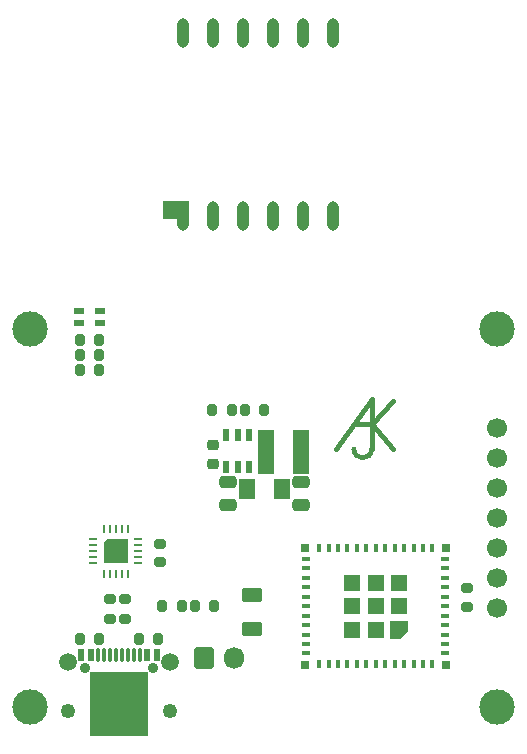
<source format=gbr>
%TF.GenerationSoftware,KiCad,Pcbnew,(6.0.2-0)*%
%TF.CreationDate,2022-03-09T14:12:55+00:00*%
%TF.ProjectId,Display,44697370-6c61-4792-9e6b-696361645f70,5*%
%TF.SameCoordinates,Original*%
%TF.FileFunction,Soldermask,Top*%
%TF.FilePolarity,Negative*%
%FSLAX46Y46*%
G04 Gerber Fmt 4.6, Leading zero omitted, Abs format (unit mm)*
G04 Created by KiCad (PCBNEW (6.0.2-0)) date 2022-03-09 14:12:55*
%MOMM*%
%LPD*%
G01*
G04 APERTURE LIST*
G04 Aperture macros list*
%AMRoundRect*
0 Rectangle with rounded corners*
0 $1 Rounding radius*
0 $2 $3 $4 $5 $6 $7 $8 $9 X,Y pos of 4 corners*
0 Add a 4 corners polygon primitive as box body*
4,1,4,$2,$3,$4,$5,$6,$7,$8,$9,$2,$3,0*
0 Add four circle primitives for the rounded corners*
1,1,$1+$1,$2,$3*
1,1,$1+$1,$4,$5*
1,1,$1+$1,$6,$7*
1,1,$1+$1,$8,$9*
0 Add four rect primitives between the rounded corners*
20,1,$1+$1,$2,$3,$4,$5,0*
20,1,$1+$1,$4,$5,$6,$7,0*
20,1,$1+$1,$6,$7,$8,$9,0*
20,1,$1+$1,$8,$9,$2,$3,0*%
%AMOutline5P*
0 Free polygon, 5 corners , with rotation*
0 The origin of the aperture is its center*
0 number of corners: always 5*
0 $1 to $10 corner X, Y*
0 $11 Rotation angle, in degrees counterclockwise*
0 create outline with 5 corners*
4,1,5,$1,$2,$3,$4,$5,$6,$7,$8,$9,$10,$1,$2,$11*%
%AMOutline6P*
0 Free polygon, 6 corners , with rotation*
0 The origin of the aperture is its center*
0 number of corners: always 6*
0 $1 to $12 corner X, Y*
0 $13 Rotation angle, in degrees counterclockwise*
0 create outline with 6 corners*
4,1,6,$1,$2,$3,$4,$5,$6,$7,$8,$9,$10,$11,$12,$1,$2,$13*%
%AMOutline7P*
0 Free polygon, 7 corners , with rotation*
0 The origin of the aperture is its center*
0 number of corners: always 7*
0 $1 to $14 corner X, Y*
0 $15 Rotation angle, in degrees counterclockwise*
0 create outline with 7 corners*
4,1,7,$1,$2,$3,$4,$5,$6,$7,$8,$9,$10,$11,$12,$13,$14,$1,$2,$15*%
%AMOutline8P*
0 Free polygon, 8 corners , with rotation*
0 The origin of the aperture is its center*
0 number of corners: always 8*
0 $1 to $16 corner X, Y*
0 $17 Rotation angle, in degrees counterclockwise*
0 create outline with 8 corners*
4,1,8,$1,$2,$3,$4,$5,$6,$7,$8,$9,$10,$11,$12,$13,$14,$15,$16,$1,$2,$17*%
G04 Aperture macros list end*
%ADD10C,0.450000*%
%ADD11RoundRect,0.062500X-0.287500X-0.062500X0.287500X-0.062500X0.287500X0.062500X-0.287500X0.062500X0*%
%ADD12RoundRect,0.062500X-0.062500X-0.287500X0.062500X-0.287500X0.062500X0.287500X-0.062500X0.287500X0*%
%ADD13Outline5P,-1.000000X0.750000X-0.750000X1.000000X1.000000X1.000000X1.000000X-1.000000X-1.000000X-1.000000X0.000000*%
%ADD14RoundRect,0.200000X0.275000X-0.200000X0.275000X0.200000X-0.275000X0.200000X-0.275000X-0.200000X0*%
%ADD15R,0.850000X0.500000*%
%ADD16RoundRect,0.200000X0.200000X0.275000X-0.200000X0.275000X-0.200000X-0.275000X0.200000X-0.275000X0*%
%ADD17R,0.600000X1.140000*%
%ADD18RoundRect,0.075000X-0.075000X-0.495000X0.075000X-0.495000X0.075000X0.495000X-0.075000X0.495000X0*%
%ADD19C,1.500000*%
%ADD20C,1.250000*%
%ADD21C,0.870000*%
%ADD22R,5.000000X5.490000*%
%ADD23RoundRect,0.200000X-0.200000X-0.275000X0.200000X-0.275000X0.200000X0.275000X-0.200000X0.275000X0*%
%ADD24R,0.800000X0.400000*%
%ADD25R,0.400000X0.800000*%
%ADD26R,1.450000X1.450000*%
%ADD27Outline5P,-0.725000X0.130500X-0.130500X0.725000X0.725000X0.725000X0.725000X-0.725000X-0.725000X-0.725000X180.000000*%
%ADD28R,0.700000X0.700000*%
%ADD29RoundRect,0.250000X0.625000X-0.375000X0.625000X0.375000X-0.625000X0.375000X-0.625000X-0.375000X0*%
%ADD30C,3.000000*%
%ADD31C,1.700000*%
%ADD32RoundRect,0.225000X0.250000X-0.225000X0.250000X0.225000X-0.250000X0.225000X-0.250000X-0.225000X0*%
%ADD33R,0.600000X1.100000*%
%ADD34RoundRect,0.249375X-0.463125X-0.625625X0.463125X-0.625625X0.463125X0.625625X-0.463125X0.625625X0*%
%ADD35R,1.425000X3.700000*%
%ADD36RoundRect,0.250000X-0.475000X0.250000X-0.475000X-0.250000X0.475000X-0.250000X0.475000X0.250000X0*%
%ADD37RoundRect,0.250000X-0.600000X-0.675000X0.600000X-0.675000X0.600000X0.675000X-0.600000X0.675000X0*%
%ADD38O,1.700000X1.850000*%
%ADD39R,2.250000X1.500000*%
%ADD40RoundRect,0.500000X0.000000X0.750000X0.000000X-0.750000X0.000000X-0.750000X0.000000X0.750000X0*%
G04 APERTURE END LIST*
D10*
%TO.C,Logo2*%
X109400000Y-123500000D02*
X106400000Y-127700000D01*
X111200000Y-123600000D02*
X109400000Y-125600000D01*
X109400000Y-123500000D02*
X109400000Y-127700000D01*
X109400000Y-125600000D02*
X111200000Y-127700000D01*
X109400000Y-125600000D02*
X107900000Y-125600000D01*
X107900000Y-127700000D02*
G75*
G03*
X109400000Y-127700000I750000J0D01*
G01*
%TD*%
D11*
%TO.C,U3*%
X85850000Y-135350000D03*
X85850000Y-135850000D03*
X85850000Y-136350000D03*
X85850000Y-136850000D03*
X85850000Y-137350000D03*
D12*
X86750000Y-138250000D03*
X87250000Y-138250000D03*
X87750000Y-138250000D03*
X88250000Y-138250000D03*
X88750000Y-138250000D03*
D11*
X89650000Y-137350000D03*
X89650000Y-136850000D03*
X89650000Y-136350000D03*
X89650000Y-135850000D03*
X89650000Y-135350000D03*
D12*
X88750000Y-134450000D03*
X88250000Y-134450000D03*
X87750000Y-134450000D03*
X87250000Y-134450000D03*
X86750000Y-134450000D03*
D13*
X87750000Y-136350000D03*
%TD*%
D14*
%TO.C,R1*%
X117500000Y-141075000D03*
X117500000Y-139425000D03*
%TD*%
%TO.C,R5*%
X87250000Y-142075000D03*
X87250000Y-140425000D03*
%TD*%
D15*
%TO.C,D2*%
X84625000Y-116000000D03*
X86375000Y-116000000D03*
X86375000Y-117000000D03*
X84625000Y-117000000D03*
%TD*%
D16*
%TO.C,R3*%
X91325000Y-143750000D03*
X89675000Y-143750000D03*
%TD*%
D14*
%TO.C,R4*%
X88500000Y-142075000D03*
X88500000Y-140425000D03*
%TD*%
D17*
%TO.C,J2*%
X84800000Y-145140000D03*
X85600000Y-145140000D03*
D18*
X86750000Y-145140000D03*
X87750000Y-145140000D03*
X88250000Y-145140000D03*
X89250000Y-145140000D03*
D17*
X91200000Y-145140000D03*
X90400000Y-145140000D03*
D18*
X89750000Y-145140000D03*
X88750000Y-145140000D03*
X87250000Y-145140000D03*
X86250000Y-145140000D03*
D19*
X83680000Y-145720000D03*
D20*
X83680000Y-149890000D03*
D21*
X90890000Y-146210000D03*
X85110000Y-146210000D03*
D20*
X92320000Y-149890000D03*
D22*
X88000000Y-149255000D03*
D19*
X92320000Y-145720000D03*
%TD*%
D23*
%TO.C,R10*%
X84675000Y-119750000D03*
X86325000Y-119750000D03*
%TD*%
D24*
%TO.C,U2*%
X115650000Y-145006750D03*
X115650000Y-144206750D03*
X115650000Y-143406750D03*
X115650000Y-142606750D03*
X115650000Y-141806750D03*
X115650000Y-141006750D03*
X115650000Y-140206750D03*
X115650000Y-139406750D03*
X115650000Y-138606750D03*
X115650000Y-137806750D03*
X115650000Y-137006750D03*
D25*
X114550000Y-136106750D03*
X113750000Y-136106750D03*
X112950000Y-136106750D03*
X112150000Y-136106750D03*
X111350000Y-136106750D03*
X110550000Y-136106750D03*
X109750000Y-136106750D03*
X108950000Y-136106750D03*
X108150000Y-136106750D03*
X107350000Y-136106750D03*
X106550000Y-136106750D03*
X105750000Y-136106750D03*
X104950000Y-136106750D03*
D24*
X103850000Y-137006750D03*
X103850000Y-137806750D03*
X103850000Y-138606750D03*
X103850000Y-139406750D03*
X103850000Y-140206750D03*
X103850000Y-141006750D03*
X103850000Y-141806750D03*
X103850000Y-142606750D03*
X103850000Y-143406750D03*
X103850000Y-144206750D03*
X103850000Y-145006750D03*
D25*
X104950000Y-145906750D03*
X105750000Y-145906750D03*
X106550000Y-145906750D03*
X107350000Y-145906750D03*
X108150000Y-145906750D03*
X108950000Y-145906750D03*
X109750000Y-145906750D03*
X110550000Y-145906750D03*
X111350000Y-145906750D03*
X112150000Y-145906750D03*
X112950000Y-145906750D03*
X113750000Y-145906750D03*
X114550000Y-145906750D03*
D26*
X109750000Y-139031750D03*
X107775000Y-141006750D03*
X111725000Y-139031750D03*
X109750000Y-142981750D03*
X109750000Y-141006750D03*
X107775000Y-139031750D03*
X107775000Y-142981750D03*
D27*
X111725000Y-142981750D03*
D26*
X111725000Y-141006750D03*
D28*
X103800000Y-145956750D03*
X103800000Y-136056750D03*
X115700000Y-136056750D03*
X115700000Y-145956750D03*
%TD*%
D29*
%TO.C,D1*%
X99250000Y-142900000D03*
X99250000Y-140100000D03*
%TD*%
D23*
%TO.C,R7*%
X94425000Y-141000000D03*
X96075000Y-141000000D03*
%TD*%
%TO.C,R9*%
X84675000Y-118500000D03*
X86325000Y-118500000D03*
%TD*%
D30*
%TO.C,M1*%
X80500000Y-117500000D03*
X120000000Y-117500000D03*
X120000000Y-149500000D03*
X80500000Y-149500000D03*
D31*
X120000000Y-141120000D03*
X120000000Y-138580000D03*
X120000000Y-136040000D03*
X120000000Y-133500000D03*
X120000000Y-130960000D03*
X120000000Y-128420000D03*
X120000000Y-125880000D03*
%TD*%
D32*
%TO.C,U4*%
X95950000Y-128925000D03*
D33*
X99000000Y-126550000D03*
D34*
X98847500Y-131070000D03*
D32*
X95950000Y-127375000D03*
D33*
X99000000Y-129250000D03*
D35*
X100450000Y-127950000D03*
D33*
X97100000Y-129250000D03*
X98050000Y-129250000D03*
D36*
X97200000Y-130500000D03*
X103450000Y-132400000D03*
X97200000Y-132400000D03*
D34*
X101812500Y-131070000D03*
D33*
X98050000Y-126550000D03*
D36*
X103450000Y-130500000D03*
D35*
X103450000Y-127950000D03*
D33*
X97100000Y-126550000D03*
%TD*%
D23*
%TO.C,R12*%
X95925000Y-124400000D03*
X97575000Y-124400000D03*
%TD*%
%TO.C,R6*%
X91675000Y-141000000D03*
X93325000Y-141000000D03*
%TD*%
%TO.C,R11*%
X84675000Y-121000000D03*
X86325000Y-121000000D03*
%TD*%
D14*
%TO.C,C1*%
X91500000Y-137275000D03*
X91500000Y-135725000D03*
%TD*%
D16*
%TO.C,R2*%
X86325000Y-143750000D03*
X84675000Y-143750000D03*
%TD*%
D37*
%TO.C,J1*%
X95250000Y-145400000D03*
D38*
X97750000Y-145400000D03*
%TD*%
D39*
%TO.C,U1*%
X92825000Y-107450000D03*
D40*
X93450000Y-107950000D03*
X95990000Y-107950000D03*
X98530000Y-107950000D03*
X101070000Y-107950000D03*
X103610000Y-107950000D03*
X106150000Y-107950000D03*
X106150000Y-92450000D03*
X103610000Y-92450000D03*
X101070000Y-92450000D03*
X98530000Y-92450000D03*
X95990000Y-92450000D03*
X93450000Y-92450000D03*
%TD*%
D16*
%TO.C,R8*%
X100325000Y-124400000D03*
X98675000Y-124400000D03*
%TD*%
M02*

</source>
